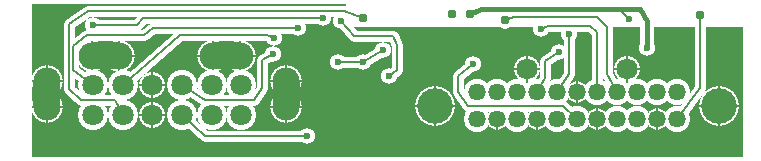
<source format=gbl>
G04*
G04 Format:               Gerber RS-274X*
G04 Export Settings:      OSH Park*
G04 Layer:                BottomCopper*
G04 This File Name:       GCDUAL_QSB_FINAL5.2.gbl*
G04 Source File Name:     GCDUAL_QSB_FINAL5.2.rrb*
G04 Unique ID:            757d16c7-f99c-4077-9d8c-5aaf3e2abc93*
G04 Generated Date:       Friday, 30 March 2018 13:03:25*
G04*
G04 Created Using:        Robot Room Copper Connection v3.0.5875*
G04 Software Contact:     http://www.robotroom.com/CopperConnection/Support.aspx*
G04 License Number:       1880*
G04*
G04 Zero Suppression:     Leading*
G04 Number Precision:     2.4*
G04*
%FSLAX24Y24*%
%MOIN*%
%LNBottomCopper*%
%ADD10C,.007*%
%ADD11C,.008*%
%ADD12C,.015*%
%ADD13C,.0236*%
%ADD14C,.0307*%
%ADD15C,.037*%
%ADD16C,.038*%
%ADD17C,.045*%
%ADD18C,.0536*%
%ADD19C,.0578*%
%ADD20C,.0607*%
%ADD21C,.0709*%
%ADD22C,.0878*%
%ADD23C,.09*%
%ADD24C,.1009*%
%ADD25C,.1181*%
%ADD26R,.006X.006*%
%AMTHERMAL*7,0,0,$1,$1-$2-$2,$2,0*%
%ADD27THERMAL,.0736X.0079*%
%ADD28THERMAL,.0866X.0079*%
%ADD29THERMAL,.0867X.0079*%
%ADD30THERMAL,.1057X.0079*%
%ADD31THERMAL,.1339X.0079*%
G36*
G01X-152Y5118D02*
X23554D01*
Y0D01*
X-152D01*
Y5118D01*
G37*
%LPC*%
G36*
X10341Y5115D02*
X23609D01*
Y4328D01*
X10341D01*
Y5115D01*
G37*
D27*
X15360Y1269D03*
X16693D03*
X18026Y2162D03*
X18692Y1269D03*
X20692D03*
D28*
X16360Y2929D03*
X19692D03*
D29*
X3880Y2396D03*
Y1412D03*
D30*
X8344Y2542D03*
Y1663D03*
X5909Y3383D03*
X6788D03*
X1879D03*
X2758D03*
X357Y2542D03*
Y1663D03*
D31*
X22752Y1720D03*
X13300D03*
D15*
X19447Y4933D02*
X19764Y4605D01*
X10907Y4629D02*
X10269Y4865D01*
X1723D02*
X1093Y4429D01*
Y2264D01*
X1494Y1912D01*
X2629D01*
X2896Y1412D01*
X11579Y3577D02*
X10900Y3172D01*
X10068D01*
X10269Y4865D02*
X1723D01*
X4864Y1412D02*
X5621Y692D01*
X9046D01*
X7884Y3445D02*
X7540Y3248D01*
X7527Y2306D01*
X5621Y1912D02*
X4864Y2396D01*
X7944Y3960D02*
X7707Y4078D01*
X4794D01*
X2896Y2396D01*
X3889Y4314D02*
X3613Y4078D01*
X1687D01*
X1240Y3691D01*
Y2904D01*
X1912Y2396D01*
X8731Y4314D02*
X3889D01*
X7251Y1912D02*
X5621D01*
X7527Y2306D02*
X7251Y1912D01*
X9561Y4629D02*
X3574D01*
X3355Y4393D01*
X1881D01*
X10151Y4550D02*
X10584Y4047D01*
X11890D01*
X12041Y3723D01*
X12040Y2921D02*
X11749Y2691D01*
X12041Y3723D02*
X12040Y2921D01*
D16*
X16693Y2162D02*
X16964Y2623D01*
Y3212D02*
X17417Y3494D01*
X16964Y2623D02*
Y3212D01*
X17359Y2162D02*
X17762Y2778D01*
X18692Y2162D02*
Y4180D01*
X19359Y2162D02*
X19032Y2760D01*
Y4337D01*
X22138Y2297D02*
X21358Y1269D01*
X17762Y2778D02*
Y4111D01*
X18692Y4180D02*
X18472Y4372D01*
X22138Y2297D02*
Y4746D01*
X18026Y1269D02*
X17570Y1713D01*
X14397D01*
X14057Y2165D01*
X14059Y2691D01*
X18682Y4688D02*
X15917D01*
X15636Y4580D01*
X18472Y4372D02*
X17074D01*
X16816Y4258D01*
X19032Y4337D02*
X18682Y4688D01*
X14059Y2691D02*
X14555Y3116D01*
D17*
X14823Y4933D02*
X14455Y4757D01*
X20123Y4933D02*
X19447D01*
X20348Y4550D02*
X20123Y4933D01*
X19447D02*
X14823D01*
X20348Y3645D02*
Y4550D01*
D18*
X17417Y3494D03*
X17762Y4111D03*
X16816Y4258D03*
X14555Y3116D03*
X19764Y4605D03*
X20348Y3645D03*
X10900Y3172D03*
X10068D03*
X11579Y3577D03*
X9046Y692D03*
X7884Y3445D03*
X7944Y3960D03*
X8731Y4314D03*
X9561Y4629D03*
X1881Y4393D03*
X10151Y4550D03*
X11749Y2691D03*
D13*
X11024Y787D03*
D20*
X14455Y4757D03*
X15636Y4580D03*
X22138Y4746D03*
X13860Y4757D03*
D22*
X14693Y1269D03*
X16026D03*
X14693Y2162D03*
X15360D03*
X16026D03*
X16693D03*
X17359Y1269D03*
Y2162D03*
X18026Y1269D03*
X18692Y2162D03*
X19359Y1269D03*
Y2162D03*
X20026Y1269D03*
Y2162D03*
X20692D03*
X21358Y1269D03*
Y2162D03*
D24*
X5849Y2396D03*
X4864D03*
X2896D03*
X1912D03*
X6833D03*
X5849Y1412D03*
X4864D03*
X2896D03*
X1912D03*
X6833D03*
%LPD*%
G36*
X7894Y2529D02*
X8794D01*
Y1623D01*
X7894D01*
Y2529D01*
G37*
G36*
X5894Y3832D02*
X6799D01*
Y2932D01*
X5894D01*
Y3832D01*
G37*
G36*
X1892Y3832D02*
X2798D01*
Y2932D01*
X1892D01*
Y3832D01*
G37*
G36*
X-94Y2529D02*
X806D01*
Y1623D01*
X-94D01*
Y2529D01*
G37*
D10*
X19447Y4933D02*
X19764Y4605D01*
X10907Y4629D02*
X10269Y4865D01*
X1723D02*
X1093Y4429D01*
Y2264D01*
X1494Y1912D01*
X2629D01*
X2896Y1412D01*
X11579Y3577D02*
X10900Y3172D01*
X10068D01*
X10269Y4865D02*
X1723D01*
X4864Y1412D02*
X5621Y692D01*
X9046D01*
X7884Y3445D02*
X7540Y3248D01*
X7527Y2306D01*
X5621Y1912D02*
X4864Y2396D01*
X7944Y3960D02*
X7707Y4078D01*
X4794D01*
X2896Y2396D01*
X3889Y4314D02*
X3613Y4078D01*
X1687D01*
X1240Y3691D01*
Y2904D01*
X1912Y2396D01*
X8731Y4314D02*
X3889D01*
X7251Y1912D02*
X5621D01*
X7527Y2306D02*
X7251Y1912D01*
X9561Y4629D02*
X3574D01*
X3355Y4393D01*
X1881D01*
X10151Y4550D02*
X10584Y4047D01*
X11890D01*
X12041Y3723D01*
X12040Y2921D02*
X11749Y2691D01*
X12041Y3723D02*
X12040Y2921D01*
D11*
X16693Y2162D02*
X16964Y2623D01*
Y3212D02*
X17417Y3494D01*
X16964Y2623D02*
Y3212D01*
X17359Y2162D02*
X17762Y2778D01*
X18692Y2162D02*
Y4180D01*
X19359Y2162D02*
X19032Y2760D01*
Y4337D01*
X22138Y2297D02*
X21358Y1269D01*
X17762Y2778D02*
Y4111D01*
X18692Y4180D02*
X18472Y4372D01*
X22138Y2297D02*
Y4746D01*
X18026Y1269D02*
X17570Y1713D01*
X14397D01*
X14057Y2165D01*
X14059Y2691D01*
X18682Y4688D02*
X15917D01*
X15636Y4580D01*
X18472Y4372D02*
X17074D01*
X16816Y4258D01*
X19032Y4337D02*
X18682Y4688D01*
X14059Y2691D02*
X14555Y3116D01*
D12*
X14823Y4933D02*
X14455Y4757D01*
X20123Y4933D02*
X19447D01*
X20348Y4550D02*
X20123Y4933D01*
X19447D02*
X14823D01*
X20348Y3645D02*
Y4550D01*
D13*
X17417Y3494D03*
X17762Y4111D03*
X16816Y4258D03*
X14555Y3116D03*
X22918Y3908D03*
X19876Y3566D03*
X23090Y2897D03*
X22528Y3400D03*
X13641Y2700D03*
Y833D03*
X19764Y4605D03*
X12277Y377D03*
X20348Y3645D03*
X10900Y3172D03*
X10068D03*
X11579Y3577D03*
X9046Y692D03*
X7884Y3445D03*
X7944Y3960D03*
X8731Y4314D03*
X9561Y4629D03*
X1881Y4393D03*
D03*
X10151Y4550D03*
X11749Y2691D03*
X22457Y3896D03*
X11024Y787D03*
D14*
X14455Y4757D03*
X15636Y4580D03*
X22138Y4746D03*
X13860Y4757D03*
X21844Y388D03*
X22631D03*
X20269D03*
X21056D03*
X10907Y4629D03*
X6093Y338D03*
X4755D03*
X3455D03*
X2196D03*
X975D03*
X621Y3566D03*
Y4550D03*
D19*
X14693Y1269D03*
X15360D03*
X16026D03*
X16693D03*
X14693Y2162D03*
X15360D03*
X16026D03*
X16693D03*
X17359Y1269D03*
Y2162D03*
X18026Y1269D03*
Y2162D03*
X18692Y1269D03*
Y2162D03*
X19359Y1269D03*
Y2162D03*
X20026Y1269D03*
Y2162D03*
X20692Y1269D03*
Y2162D03*
X21358Y1269D03*
Y2162D03*
D21*
X16360Y2929D03*
X19692D03*
X5849Y2396D03*
X4864D03*
X3880D03*
X2896D03*
X1912D03*
X6833D03*
X5849Y1412D03*
X4864D03*
X3880D03*
X2896D03*
X1912D03*
X6833D03*
D23*
X8344Y2542D03*
Y1663D03*
X5909Y3383D03*
X6788D03*
X1879D03*
X2758D03*
X357Y2542D03*
Y1663D03*
D25*
X22752Y1720D03*
X13300D03*
M02*

</source>
